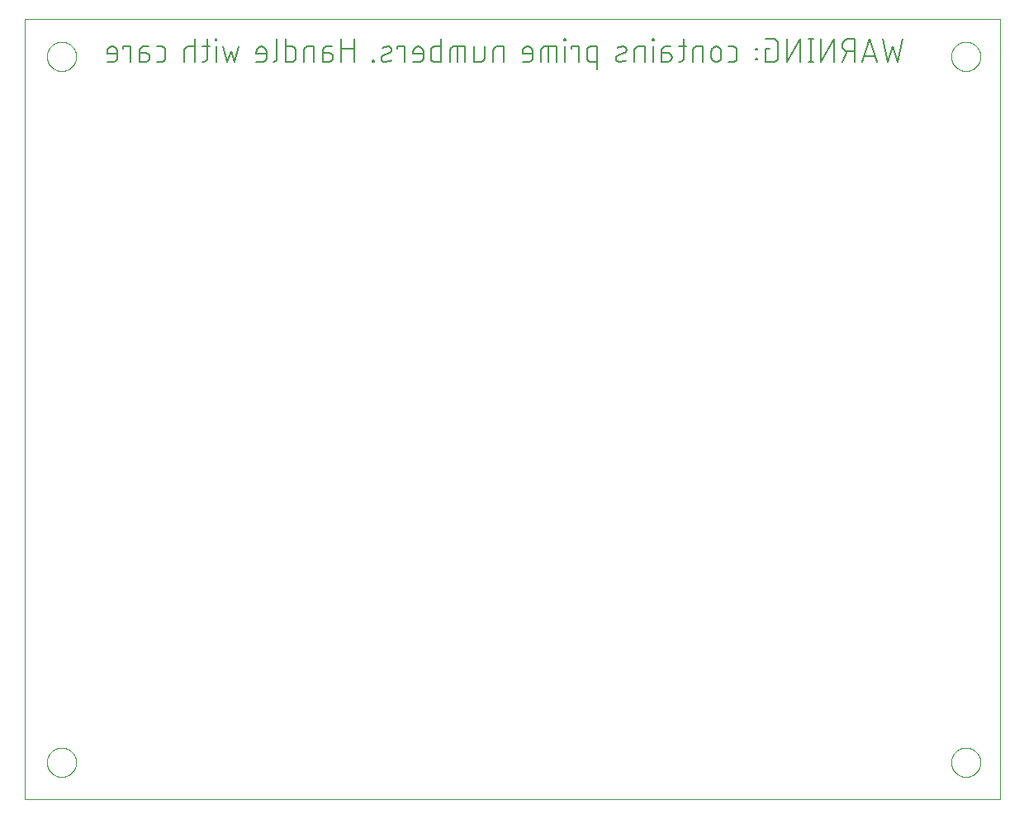
<source format=gbo>
G75*
%MOIN*%
%OFA0B0*%
%FSLAX25Y25*%
%IPPOS*%
%LPD*%
%AMOC8*
5,1,8,0,0,1.08239X$1,22.5*
%
%ADD10C,0.00000*%
%ADD11C,0.00800*%
D10*
X0005778Y0001300D02*
X0005778Y0316261D01*
X0399478Y0316261D01*
X0399478Y0001300D01*
X0005778Y0001300D01*
X0014873Y0016300D02*
X0014875Y0016453D01*
X0014881Y0016606D01*
X0014891Y0016759D01*
X0014905Y0016912D01*
X0014923Y0017064D01*
X0014945Y0017216D01*
X0014970Y0017367D01*
X0015000Y0017518D01*
X0015033Y0017667D01*
X0015071Y0017816D01*
X0015112Y0017964D01*
X0015157Y0018110D01*
X0015206Y0018255D01*
X0015259Y0018399D01*
X0015315Y0018542D01*
X0015375Y0018683D01*
X0015439Y0018823D01*
X0015506Y0018960D01*
X0015577Y0019096D01*
X0015651Y0019230D01*
X0015729Y0019362D01*
X0015810Y0019492D01*
X0015895Y0019620D01*
X0015983Y0019746D01*
X0016074Y0019869D01*
X0016168Y0019990D01*
X0016265Y0020109D01*
X0016366Y0020225D01*
X0016469Y0020338D01*
X0016576Y0020448D01*
X0016685Y0020556D01*
X0016796Y0020661D01*
X0016911Y0020763D01*
X0017028Y0020862D01*
X0017148Y0020957D01*
X0017270Y0021050D01*
X0017395Y0021140D01*
X0017521Y0021226D01*
X0017650Y0021309D01*
X0017781Y0021388D01*
X0017914Y0021464D01*
X0018049Y0021537D01*
X0018186Y0021606D01*
X0018325Y0021671D01*
X0018465Y0021733D01*
X0018607Y0021791D01*
X0018750Y0021846D01*
X0018895Y0021897D01*
X0019041Y0021944D01*
X0019188Y0021987D01*
X0019336Y0022026D01*
X0019485Y0022062D01*
X0019635Y0022093D01*
X0019786Y0022121D01*
X0019938Y0022145D01*
X0020090Y0022165D01*
X0020242Y0022181D01*
X0020395Y0022193D01*
X0020548Y0022201D01*
X0020701Y0022205D01*
X0020855Y0022205D01*
X0021008Y0022201D01*
X0021161Y0022193D01*
X0021314Y0022181D01*
X0021466Y0022165D01*
X0021618Y0022145D01*
X0021770Y0022121D01*
X0021921Y0022093D01*
X0022071Y0022062D01*
X0022220Y0022026D01*
X0022368Y0021987D01*
X0022515Y0021944D01*
X0022661Y0021897D01*
X0022806Y0021846D01*
X0022949Y0021791D01*
X0023091Y0021733D01*
X0023231Y0021671D01*
X0023370Y0021606D01*
X0023507Y0021537D01*
X0023642Y0021464D01*
X0023775Y0021388D01*
X0023906Y0021309D01*
X0024035Y0021226D01*
X0024161Y0021140D01*
X0024286Y0021050D01*
X0024408Y0020957D01*
X0024528Y0020862D01*
X0024645Y0020763D01*
X0024760Y0020661D01*
X0024871Y0020556D01*
X0024980Y0020448D01*
X0025087Y0020338D01*
X0025190Y0020225D01*
X0025291Y0020109D01*
X0025388Y0019990D01*
X0025482Y0019869D01*
X0025573Y0019746D01*
X0025661Y0019620D01*
X0025746Y0019492D01*
X0025827Y0019362D01*
X0025905Y0019230D01*
X0025979Y0019096D01*
X0026050Y0018960D01*
X0026117Y0018823D01*
X0026181Y0018683D01*
X0026241Y0018542D01*
X0026297Y0018399D01*
X0026350Y0018255D01*
X0026399Y0018110D01*
X0026444Y0017964D01*
X0026485Y0017816D01*
X0026523Y0017667D01*
X0026556Y0017518D01*
X0026586Y0017367D01*
X0026611Y0017216D01*
X0026633Y0017064D01*
X0026651Y0016912D01*
X0026665Y0016759D01*
X0026675Y0016606D01*
X0026681Y0016453D01*
X0026683Y0016300D01*
X0026681Y0016147D01*
X0026675Y0015994D01*
X0026665Y0015841D01*
X0026651Y0015688D01*
X0026633Y0015536D01*
X0026611Y0015384D01*
X0026586Y0015233D01*
X0026556Y0015082D01*
X0026523Y0014933D01*
X0026485Y0014784D01*
X0026444Y0014636D01*
X0026399Y0014490D01*
X0026350Y0014345D01*
X0026297Y0014201D01*
X0026241Y0014058D01*
X0026181Y0013917D01*
X0026117Y0013777D01*
X0026050Y0013640D01*
X0025979Y0013504D01*
X0025905Y0013370D01*
X0025827Y0013238D01*
X0025746Y0013108D01*
X0025661Y0012980D01*
X0025573Y0012854D01*
X0025482Y0012731D01*
X0025388Y0012610D01*
X0025291Y0012491D01*
X0025190Y0012375D01*
X0025087Y0012262D01*
X0024980Y0012152D01*
X0024871Y0012044D01*
X0024760Y0011939D01*
X0024645Y0011837D01*
X0024528Y0011738D01*
X0024408Y0011643D01*
X0024286Y0011550D01*
X0024161Y0011460D01*
X0024035Y0011374D01*
X0023906Y0011291D01*
X0023775Y0011212D01*
X0023642Y0011136D01*
X0023507Y0011063D01*
X0023370Y0010994D01*
X0023231Y0010929D01*
X0023091Y0010867D01*
X0022949Y0010809D01*
X0022806Y0010754D01*
X0022661Y0010703D01*
X0022515Y0010656D01*
X0022368Y0010613D01*
X0022220Y0010574D01*
X0022071Y0010538D01*
X0021921Y0010507D01*
X0021770Y0010479D01*
X0021618Y0010455D01*
X0021466Y0010435D01*
X0021314Y0010419D01*
X0021161Y0010407D01*
X0021008Y0010399D01*
X0020855Y0010395D01*
X0020701Y0010395D01*
X0020548Y0010399D01*
X0020395Y0010407D01*
X0020242Y0010419D01*
X0020090Y0010435D01*
X0019938Y0010455D01*
X0019786Y0010479D01*
X0019635Y0010507D01*
X0019485Y0010538D01*
X0019336Y0010574D01*
X0019188Y0010613D01*
X0019041Y0010656D01*
X0018895Y0010703D01*
X0018750Y0010754D01*
X0018607Y0010809D01*
X0018465Y0010867D01*
X0018325Y0010929D01*
X0018186Y0010994D01*
X0018049Y0011063D01*
X0017914Y0011136D01*
X0017781Y0011212D01*
X0017650Y0011291D01*
X0017521Y0011374D01*
X0017395Y0011460D01*
X0017270Y0011550D01*
X0017148Y0011643D01*
X0017028Y0011738D01*
X0016911Y0011837D01*
X0016796Y0011939D01*
X0016685Y0012044D01*
X0016576Y0012152D01*
X0016469Y0012262D01*
X0016366Y0012375D01*
X0016265Y0012491D01*
X0016168Y0012610D01*
X0016074Y0012731D01*
X0015983Y0012854D01*
X0015895Y0012980D01*
X0015810Y0013108D01*
X0015729Y0013238D01*
X0015651Y0013370D01*
X0015577Y0013504D01*
X0015506Y0013640D01*
X0015439Y0013777D01*
X0015375Y0013917D01*
X0015315Y0014058D01*
X0015259Y0014201D01*
X0015206Y0014345D01*
X0015157Y0014490D01*
X0015112Y0014636D01*
X0015071Y0014784D01*
X0015033Y0014933D01*
X0015000Y0015082D01*
X0014970Y0015233D01*
X0014945Y0015384D01*
X0014923Y0015536D01*
X0014905Y0015688D01*
X0014891Y0015841D01*
X0014881Y0015994D01*
X0014875Y0016147D01*
X0014873Y0016300D01*
X0014873Y0301300D02*
X0014875Y0301453D01*
X0014881Y0301606D01*
X0014891Y0301759D01*
X0014905Y0301912D01*
X0014923Y0302064D01*
X0014945Y0302216D01*
X0014970Y0302367D01*
X0015000Y0302518D01*
X0015033Y0302667D01*
X0015071Y0302816D01*
X0015112Y0302964D01*
X0015157Y0303110D01*
X0015206Y0303255D01*
X0015259Y0303399D01*
X0015315Y0303542D01*
X0015375Y0303683D01*
X0015439Y0303823D01*
X0015506Y0303960D01*
X0015577Y0304096D01*
X0015651Y0304230D01*
X0015729Y0304362D01*
X0015810Y0304492D01*
X0015895Y0304620D01*
X0015983Y0304746D01*
X0016074Y0304869D01*
X0016168Y0304990D01*
X0016265Y0305109D01*
X0016366Y0305225D01*
X0016469Y0305338D01*
X0016576Y0305448D01*
X0016685Y0305556D01*
X0016796Y0305661D01*
X0016911Y0305763D01*
X0017028Y0305862D01*
X0017148Y0305957D01*
X0017270Y0306050D01*
X0017395Y0306140D01*
X0017521Y0306226D01*
X0017650Y0306309D01*
X0017781Y0306388D01*
X0017914Y0306464D01*
X0018049Y0306537D01*
X0018186Y0306606D01*
X0018325Y0306671D01*
X0018465Y0306733D01*
X0018607Y0306791D01*
X0018750Y0306846D01*
X0018895Y0306897D01*
X0019041Y0306944D01*
X0019188Y0306987D01*
X0019336Y0307026D01*
X0019485Y0307062D01*
X0019635Y0307093D01*
X0019786Y0307121D01*
X0019938Y0307145D01*
X0020090Y0307165D01*
X0020242Y0307181D01*
X0020395Y0307193D01*
X0020548Y0307201D01*
X0020701Y0307205D01*
X0020855Y0307205D01*
X0021008Y0307201D01*
X0021161Y0307193D01*
X0021314Y0307181D01*
X0021466Y0307165D01*
X0021618Y0307145D01*
X0021770Y0307121D01*
X0021921Y0307093D01*
X0022071Y0307062D01*
X0022220Y0307026D01*
X0022368Y0306987D01*
X0022515Y0306944D01*
X0022661Y0306897D01*
X0022806Y0306846D01*
X0022949Y0306791D01*
X0023091Y0306733D01*
X0023231Y0306671D01*
X0023370Y0306606D01*
X0023507Y0306537D01*
X0023642Y0306464D01*
X0023775Y0306388D01*
X0023906Y0306309D01*
X0024035Y0306226D01*
X0024161Y0306140D01*
X0024286Y0306050D01*
X0024408Y0305957D01*
X0024528Y0305862D01*
X0024645Y0305763D01*
X0024760Y0305661D01*
X0024871Y0305556D01*
X0024980Y0305448D01*
X0025087Y0305338D01*
X0025190Y0305225D01*
X0025291Y0305109D01*
X0025388Y0304990D01*
X0025482Y0304869D01*
X0025573Y0304746D01*
X0025661Y0304620D01*
X0025746Y0304492D01*
X0025827Y0304362D01*
X0025905Y0304230D01*
X0025979Y0304096D01*
X0026050Y0303960D01*
X0026117Y0303823D01*
X0026181Y0303683D01*
X0026241Y0303542D01*
X0026297Y0303399D01*
X0026350Y0303255D01*
X0026399Y0303110D01*
X0026444Y0302964D01*
X0026485Y0302816D01*
X0026523Y0302667D01*
X0026556Y0302518D01*
X0026586Y0302367D01*
X0026611Y0302216D01*
X0026633Y0302064D01*
X0026651Y0301912D01*
X0026665Y0301759D01*
X0026675Y0301606D01*
X0026681Y0301453D01*
X0026683Y0301300D01*
X0026681Y0301147D01*
X0026675Y0300994D01*
X0026665Y0300841D01*
X0026651Y0300688D01*
X0026633Y0300536D01*
X0026611Y0300384D01*
X0026586Y0300233D01*
X0026556Y0300082D01*
X0026523Y0299933D01*
X0026485Y0299784D01*
X0026444Y0299636D01*
X0026399Y0299490D01*
X0026350Y0299345D01*
X0026297Y0299201D01*
X0026241Y0299058D01*
X0026181Y0298917D01*
X0026117Y0298777D01*
X0026050Y0298640D01*
X0025979Y0298504D01*
X0025905Y0298370D01*
X0025827Y0298238D01*
X0025746Y0298108D01*
X0025661Y0297980D01*
X0025573Y0297854D01*
X0025482Y0297731D01*
X0025388Y0297610D01*
X0025291Y0297491D01*
X0025190Y0297375D01*
X0025087Y0297262D01*
X0024980Y0297152D01*
X0024871Y0297044D01*
X0024760Y0296939D01*
X0024645Y0296837D01*
X0024528Y0296738D01*
X0024408Y0296643D01*
X0024286Y0296550D01*
X0024161Y0296460D01*
X0024035Y0296374D01*
X0023906Y0296291D01*
X0023775Y0296212D01*
X0023642Y0296136D01*
X0023507Y0296063D01*
X0023370Y0295994D01*
X0023231Y0295929D01*
X0023091Y0295867D01*
X0022949Y0295809D01*
X0022806Y0295754D01*
X0022661Y0295703D01*
X0022515Y0295656D01*
X0022368Y0295613D01*
X0022220Y0295574D01*
X0022071Y0295538D01*
X0021921Y0295507D01*
X0021770Y0295479D01*
X0021618Y0295455D01*
X0021466Y0295435D01*
X0021314Y0295419D01*
X0021161Y0295407D01*
X0021008Y0295399D01*
X0020855Y0295395D01*
X0020701Y0295395D01*
X0020548Y0295399D01*
X0020395Y0295407D01*
X0020242Y0295419D01*
X0020090Y0295435D01*
X0019938Y0295455D01*
X0019786Y0295479D01*
X0019635Y0295507D01*
X0019485Y0295538D01*
X0019336Y0295574D01*
X0019188Y0295613D01*
X0019041Y0295656D01*
X0018895Y0295703D01*
X0018750Y0295754D01*
X0018607Y0295809D01*
X0018465Y0295867D01*
X0018325Y0295929D01*
X0018186Y0295994D01*
X0018049Y0296063D01*
X0017914Y0296136D01*
X0017781Y0296212D01*
X0017650Y0296291D01*
X0017521Y0296374D01*
X0017395Y0296460D01*
X0017270Y0296550D01*
X0017148Y0296643D01*
X0017028Y0296738D01*
X0016911Y0296837D01*
X0016796Y0296939D01*
X0016685Y0297044D01*
X0016576Y0297152D01*
X0016469Y0297262D01*
X0016366Y0297375D01*
X0016265Y0297491D01*
X0016168Y0297610D01*
X0016074Y0297731D01*
X0015983Y0297854D01*
X0015895Y0297980D01*
X0015810Y0298108D01*
X0015729Y0298238D01*
X0015651Y0298370D01*
X0015577Y0298504D01*
X0015506Y0298640D01*
X0015439Y0298777D01*
X0015375Y0298917D01*
X0015315Y0299058D01*
X0015259Y0299201D01*
X0015206Y0299345D01*
X0015157Y0299490D01*
X0015112Y0299636D01*
X0015071Y0299784D01*
X0015033Y0299933D01*
X0015000Y0300082D01*
X0014970Y0300233D01*
X0014945Y0300384D01*
X0014923Y0300536D01*
X0014905Y0300688D01*
X0014891Y0300841D01*
X0014881Y0300994D01*
X0014875Y0301147D01*
X0014873Y0301300D01*
X0379873Y0301300D02*
X0379875Y0301453D01*
X0379881Y0301606D01*
X0379891Y0301759D01*
X0379905Y0301912D01*
X0379923Y0302064D01*
X0379945Y0302216D01*
X0379970Y0302367D01*
X0380000Y0302518D01*
X0380033Y0302667D01*
X0380071Y0302816D01*
X0380112Y0302964D01*
X0380157Y0303110D01*
X0380206Y0303255D01*
X0380259Y0303399D01*
X0380315Y0303542D01*
X0380375Y0303683D01*
X0380439Y0303823D01*
X0380506Y0303960D01*
X0380577Y0304096D01*
X0380651Y0304230D01*
X0380729Y0304362D01*
X0380810Y0304492D01*
X0380895Y0304620D01*
X0380983Y0304746D01*
X0381074Y0304869D01*
X0381168Y0304990D01*
X0381265Y0305109D01*
X0381366Y0305225D01*
X0381469Y0305338D01*
X0381576Y0305448D01*
X0381685Y0305556D01*
X0381796Y0305661D01*
X0381911Y0305763D01*
X0382028Y0305862D01*
X0382148Y0305957D01*
X0382270Y0306050D01*
X0382395Y0306140D01*
X0382521Y0306226D01*
X0382650Y0306309D01*
X0382781Y0306388D01*
X0382914Y0306464D01*
X0383049Y0306537D01*
X0383186Y0306606D01*
X0383325Y0306671D01*
X0383465Y0306733D01*
X0383607Y0306791D01*
X0383750Y0306846D01*
X0383895Y0306897D01*
X0384041Y0306944D01*
X0384188Y0306987D01*
X0384336Y0307026D01*
X0384485Y0307062D01*
X0384635Y0307093D01*
X0384786Y0307121D01*
X0384938Y0307145D01*
X0385090Y0307165D01*
X0385242Y0307181D01*
X0385395Y0307193D01*
X0385548Y0307201D01*
X0385701Y0307205D01*
X0385855Y0307205D01*
X0386008Y0307201D01*
X0386161Y0307193D01*
X0386314Y0307181D01*
X0386466Y0307165D01*
X0386618Y0307145D01*
X0386770Y0307121D01*
X0386921Y0307093D01*
X0387071Y0307062D01*
X0387220Y0307026D01*
X0387368Y0306987D01*
X0387515Y0306944D01*
X0387661Y0306897D01*
X0387806Y0306846D01*
X0387949Y0306791D01*
X0388091Y0306733D01*
X0388231Y0306671D01*
X0388370Y0306606D01*
X0388507Y0306537D01*
X0388642Y0306464D01*
X0388775Y0306388D01*
X0388906Y0306309D01*
X0389035Y0306226D01*
X0389161Y0306140D01*
X0389286Y0306050D01*
X0389408Y0305957D01*
X0389528Y0305862D01*
X0389645Y0305763D01*
X0389760Y0305661D01*
X0389871Y0305556D01*
X0389980Y0305448D01*
X0390087Y0305338D01*
X0390190Y0305225D01*
X0390291Y0305109D01*
X0390388Y0304990D01*
X0390482Y0304869D01*
X0390573Y0304746D01*
X0390661Y0304620D01*
X0390746Y0304492D01*
X0390827Y0304362D01*
X0390905Y0304230D01*
X0390979Y0304096D01*
X0391050Y0303960D01*
X0391117Y0303823D01*
X0391181Y0303683D01*
X0391241Y0303542D01*
X0391297Y0303399D01*
X0391350Y0303255D01*
X0391399Y0303110D01*
X0391444Y0302964D01*
X0391485Y0302816D01*
X0391523Y0302667D01*
X0391556Y0302518D01*
X0391586Y0302367D01*
X0391611Y0302216D01*
X0391633Y0302064D01*
X0391651Y0301912D01*
X0391665Y0301759D01*
X0391675Y0301606D01*
X0391681Y0301453D01*
X0391683Y0301300D01*
X0391681Y0301147D01*
X0391675Y0300994D01*
X0391665Y0300841D01*
X0391651Y0300688D01*
X0391633Y0300536D01*
X0391611Y0300384D01*
X0391586Y0300233D01*
X0391556Y0300082D01*
X0391523Y0299933D01*
X0391485Y0299784D01*
X0391444Y0299636D01*
X0391399Y0299490D01*
X0391350Y0299345D01*
X0391297Y0299201D01*
X0391241Y0299058D01*
X0391181Y0298917D01*
X0391117Y0298777D01*
X0391050Y0298640D01*
X0390979Y0298504D01*
X0390905Y0298370D01*
X0390827Y0298238D01*
X0390746Y0298108D01*
X0390661Y0297980D01*
X0390573Y0297854D01*
X0390482Y0297731D01*
X0390388Y0297610D01*
X0390291Y0297491D01*
X0390190Y0297375D01*
X0390087Y0297262D01*
X0389980Y0297152D01*
X0389871Y0297044D01*
X0389760Y0296939D01*
X0389645Y0296837D01*
X0389528Y0296738D01*
X0389408Y0296643D01*
X0389286Y0296550D01*
X0389161Y0296460D01*
X0389035Y0296374D01*
X0388906Y0296291D01*
X0388775Y0296212D01*
X0388642Y0296136D01*
X0388507Y0296063D01*
X0388370Y0295994D01*
X0388231Y0295929D01*
X0388091Y0295867D01*
X0387949Y0295809D01*
X0387806Y0295754D01*
X0387661Y0295703D01*
X0387515Y0295656D01*
X0387368Y0295613D01*
X0387220Y0295574D01*
X0387071Y0295538D01*
X0386921Y0295507D01*
X0386770Y0295479D01*
X0386618Y0295455D01*
X0386466Y0295435D01*
X0386314Y0295419D01*
X0386161Y0295407D01*
X0386008Y0295399D01*
X0385855Y0295395D01*
X0385701Y0295395D01*
X0385548Y0295399D01*
X0385395Y0295407D01*
X0385242Y0295419D01*
X0385090Y0295435D01*
X0384938Y0295455D01*
X0384786Y0295479D01*
X0384635Y0295507D01*
X0384485Y0295538D01*
X0384336Y0295574D01*
X0384188Y0295613D01*
X0384041Y0295656D01*
X0383895Y0295703D01*
X0383750Y0295754D01*
X0383607Y0295809D01*
X0383465Y0295867D01*
X0383325Y0295929D01*
X0383186Y0295994D01*
X0383049Y0296063D01*
X0382914Y0296136D01*
X0382781Y0296212D01*
X0382650Y0296291D01*
X0382521Y0296374D01*
X0382395Y0296460D01*
X0382270Y0296550D01*
X0382148Y0296643D01*
X0382028Y0296738D01*
X0381911Y0296837D01*
X0381796Y0296939D01*
X0381685Y0297044D01*
X0381576Y0297152D01*
X0381469Y0297262D01*
X0381366Y0297375D01*
X0381265Y0297491D01*
X0381168Y0297610D01*
X0381074Y0297731D01*
X0380983Y0297854D01*
X0380895Y0297980D01*
X0380810Y0298108D01*
X0380729Y0298238D01*
X0380651Y0298370D01*
X0380577Y0298504D01*
X0380506Y0298640D01*
X0380439Y0298777D01*
X0380375Y0298917D01*
X0380315Y0299058D01*
X0380259Y0299201D01*
X0380206Y0299345D01*
X0380157Y0299490D01*
X0380112Y0299636D01*
X0380071Y0299784D01*
X0380033Y0299933D01*
X0380000Y0300082D01*
X0379970Y0300233D01*
X0379945Y0300384D01*
X0379923Y0300536D01*
X0379905Y0300688D01*
X0379891Y0300841D01*
X0379881Y0300994D01*
X0379875Y0301147D01*
X0379873Y0301300D01*
X0379873Y0016300D02*
X0379875Y0016453D01*
X0379881Y0016606D01*
X0379891Y0016759D01*
X0379905Y0016912D01*
X0379923Y0017064D01*
X0379945Y0017216D01*
X0379970Y0017367D01*
X0380000Y0017518D01*
X0380033Y0017667D01*
X0380071Y0017816D01*
X0380112Y0017964D01*
X0380157Y0018110D01*
X0380206Y0018255D01*
X0380259Y0018399D01*
X0380315Y0018542D01*
X0380375Y0018683D01*
X0380439Y0018823D01*
X0380506Y0018960D01*
X0380577Y0019096D01*
X0380651Y0019230D01*
X0380729Y0019362D01*
X0380810Y0019492D01*
X0380895Y0019620D01*
X0380983Y0019746D01*
X0381074Y0019869D01*
X0381168Y0019990D01*
X0381265Y0020109D01*
X0381366Y0020225D01*
X0381469Y0020338D01*
X0381576Y0020448D01*
X0381685Y0020556D01*
X0381796Y0020661D01*
X0381911Y0020763D01*
X0382028Y0020862D01*
X0382148Y0020957D01*
X0382270Y0021050D01*
X0382395Y0021140D01*
X0382521Y0021226D01*
X0382650Y0021309D01*
X0382781Y0021388D01*
X0382914Y0021464D01*
X0383049Y0021537D01*
X0383186Y0021606D01*
X0383325Y0021671D01*
X0383465Y0021733D01*
X0383607Y0021791D01*
X0383750Y0021846D01*
X0383895Y0021897D01*
X0384041Y0021944D01*
X0384188Y0021987D01*
X0384336Y0022026D01*
X0384485Y0022062D01*
X0384635Y0022093D01*
X0384786Y0022121D01*
X0384938Y0022145D01*
X0385090Y0022165D01*
X0385242Y0022181D01*
X0385395Y0022193D01*
X0385548Y0022201D01*
X0385701Y0022205D01*
X0385855Y0022205D01*
X0386008Y0022201D01*
X0386161Y0022193D01*
X0386314Y0022181D01*
X0386466Y0022165D01*
X0386618Y0022145D01*
X0386770Y0022121D01*
X0386921Y0022093D01*
X0387071Y0022062D01*
X0387220Y0022026D01*
X0387368Y0021987D01*
X0387515Y0021944D01*
X0387661Y0021897D01*
X0387806Y0021846D01*
X0387949Y0021791D01*
X0388091Y0021733D01*
X0388231Y0021671D01*
X0388370Y0021606D01*
X0388507Y0021537D01*
X0388642Y0021464D01*
X0388775Y0021388D01*
X0388906Y0021309D01*
X0389035Y0021226D01*
X0389161Y0021140D01*
X0389286Y0021050D01*
X0389408Y0020957D01*
X0389528Y0020862D01*
X0389645Y0020763D01*
X0389760Y0020661D01*
X0389871Y0020556D01*
X0389980Y0020448D01*
X0390087Y0020338D01*
X0390190Y0020225D01*
X0390291Y0020109D01*
X0390388Y0019990D01*
X0390482Y0019869D01*
X0390573Y0019746D01*
X0390661Y0019620D01*
X0390746Y0019492D01*
X0390827Y0019362D01*
X0390905Y0019230D01*
X0390979Y0019096D01*
X0391050Y0018960D01*
X0391117Y0018823D01*
X0391181Y0018683D01*
X0391241Y0018542D01*
X0391297Y0018399D01*
X0391350Y0018255D01*
X0391399Y0018110D01*
X0391444Y0017964D01*
X0391485Y0017816D01*
X0391523Y0017667D01*
X0391556Y0017518D01*
X0391586Y0017367D01*
X0391611Y0017216D01*
X0391633Y0017064D01*
X0391651Y0016912D01*
X0391665Y0016759D01*
X0391675Y0016606D01*
X0391681Y0016453D01*
X0391683Y0016300D01*
X0391681Y0016147D01*
X0391675Y0015994D01*
X0391665Y0015841D01*
X0391651Y0015688D01*
X0391633Y0015536D01*
X0391611Y0015384D01*
X0391586Y0015233D01*
X0391556Y0015082D01*
X0391523Y0014933D01*
X0391485Y0014784D01*
X0391444Y0014636D01*
X0391399Y0014490D01*
X0391350Y0014345D01*
X0391297Y0014201D01*
X0391241Y0014058D01*
X0391181Y0013917D01*
X0391117Y0013777D01*
X0391050Y0013640D01*
X0390979Y0013504D01*
X0390905Y0013370D01*
X0390827Y0013238D01*
X0390746Y0013108D01*
X0390661Y0012980D01*
X0390573Y0012854D01*
X0390482Y0012731D01*
X0390388Y0012610D01*
X0390291Y0012491D01*
X0390190Y0012375D01*
X0390087Y0012262D01*
X0389980Y0012152D01*
X0389871Y0012044D01*
X0389760Y0011939D01*
X0389645Y0011837D01*
X0389528Y0011738D01*
X0389408Y0011643D01*
X0389286Y0011550D01*
X0389161Y0011460D01*
X0389035Y0011374D01*
X0388906Y0011291D01*
X0388775Y0011212D01*
X0388642Y0011136D01*
X0388507Y0011063D01*
X0388370Y0010994D01*
X0388231Y0010929D01*
X0388091Y0010867D01*
X0387949Y0010809D01*
X0387806Y0010754D01*
X0387661Y0010703D01*
X0387515Y0010656D01*
X0387368Y0010613D01*
X0387220Y0010574D01*
X0387071Y0010538D01*
X0386921Y0010507D01*
X0386770Y0010479D01*
X0386618Y0010455D01*
X0386466Y0010435D01*
X0386314Y0010419D01*
X0386161Y0010407D01*
X0386008Y0010399D01*
X0385855Y0010395D01*
X0385701Y0010395D01*
X0385548Y0010399D01*
X0385395Y0010407D01*
X0385242Y0010419D01*
X0385090Y0010435D01*
X0384938Y0010455D01*
X0384786Y0010479D01*
X0384635Y0010507D01*
X0384485Y0010538D01*
X0384336Y0010574D01*
X0384188Y0010613D01*
X0384041Y0010656D01*
X0383895Y0010703D01*
X0383750Y0010754D01*
X0383607Y0010809D01*
X0383465Y0010867D01*
X0383325Y0010929D01*
X0383186Y0010994D01*
X0383049Y0011063D01*
X0382914Y0011136D01*
X0382781Y0011212D01*
X0382650Y0011291D01*
X0382521Y0011374D01*
X0382395Y0011460D01*
X0382270Y0011550D01*
X0382148Y0011643D01*
X0382028Y0011738D01*
X0381911Y0011837D01*
X0381796Y0011939D01*
X0381685Y0012044D01*
X0381576Y0012152D01*
X0381469Y0012262D01*
X0381366Y0012375D01*
X0381265Y0012491D01*
X0381168Y0012610D01*
X0381074Y0012731D01*
X0380983Y0012854D01*
X0380895Y0012980D01*
X0380810Y0013108D01*
X0380729Y0013238D01*
X0380651Y0013370D01*
X0380577Y0013504D01*
X0380506Y0013640D01*
X0380439Y0013777D01*
X0380375Y0013917D01*
X0380315Y0014058D01*
X0380259Y0014201D01*
X0380206Y0014345D01*
X0380157Y0014490D01*
X0380112Y0014636D01*
X0380071Y0014784D01*
X0380033Y0014933D01*
X0380000Y0015082D01*
X0379970Y0015233D01*
X0379945Y0015384D01*
X0379923Y0015536D01*
X0379905Y0015688D01*
X0379891Y0015841D01*
X0379881Y0015994D01*
X0379875Y0016147D01*
X0379873Y0016300D01*
D11*
X0236931Y0296133D02*
X0236931Y0305333D01*
X0234376Y0305333D01*
X0234298Y0305331D01*
X0234221Y0305325D01*
X0234144Y0305315D01*
X0234067Y0305302D01*
X0233992Y0305284D01*
X0233917Y0305263D01*
X0233844Y0305238D01*
X0233771Y0305209D01*
X0233701Y0305176D01*
X0233632Y0305140D01*
X0233565Y0305101D01*
X0233500Y0305058D01*
X0233438Y0305012D01*
X0233377Y0304963D01*
X0233320Y0304911D01*
X0233265Y0304856D01*
X0233213Y0304799D01*
X0233164Y0304738D01*
X0233118Y0304676D01*
X0233075Y0304611D01*
X0233036Y0304544D01*
X0233000Y0304475D01*
X0232967Y0304405D01*
X0232938Y0304332D01*
X0232913Y0304259D01*
X0232892Y0304184D01*
X0232874Y0304109D01*
X0232861Y0304032D01*
X0232851Y0303955D01*
X0232845Y0303878D01*
X0232843Y0303800D01*
X0232843Y0300733D01*
X0232845Y0300658D01*
X0232850Y0300583D01*
X0232860Y0300508D01*
X0232872Y0300434D01*
X0232889Y0300361D01*
X0232909Y0300288D01*
X0232933Y0300217D01*
X0232960Y0300146D01*
X0232990Y0300078D01*
X0233024Y0300010D01*
X0233061Y0299945D01*
X0233101Y0299881D01*
X0233145Y0299820D01*
X0233191Y0299760D01*
X0233240Y0299704D01*
X0233292Y0299649D01*
X0233347Y0299597D01*
X0233403Y0299548D01*
X0233463Y0299502D01*
X0233524Y0299458D01*
X0233588Y0299418D01*
X0233653Y0299381D01*
X0233721Y0299347D01*
X0233789Y0299317D01*
X0233860Y0299290D01*
X0233931Y0299266D01*
X0234004Y0299246D01*
X0234077Y0299229D01*
X0234151Y0299217D01*
X0234226Y0299207D01*
X0234301Y0299202D01*
X0234376Y0299200D01*
X0236931Y0299200D01*
X0229528Y0299200D02*
X0229528Y0305333D01*
X0226462Y0305333D01*
X0226462Y0304311D01*
X0223947Y0305333D02*
X0223947Y0299200D01*
X0220438Y0299200D02*
X0220438Y0305333D01*
X0215838Y0305333D01*
X0215760Y0305331D01*
X0215683Y0305325D01*
X0215606Y0305315D01*
X0215529Y0305302D01*
X0215454Y0305284D01*
X0215379Y0305263D01*
X0215306Y0305238D01*
X0215233Y0305209D01*
X0215163Y0305176D01*
X0215094Y0305140D01*
X0215027Y0305101D01*
X0214962Y0305058D01*
X0214900Y0305012D01*
X0214839Y0304963D01*
X0214782Y0304911D01*
X0214727Y0304856D01*
X0214675Y0304799D01*
X0214626Y0304738D01*
X0214580Y0304676D01*
X0214537Y0304611D01*
X0214498Y0304544D01*
X0214462Y0304475D01*
X0214429Y0304405D01*
X0214400Y0304332D01*
X0214375Y0304259D01*
X0214354Y0304184D01*
X0214336Y0304109D01*
X0214323Y0304032D01*
X0214313Y0303955D01*
X0214307Y0303878D01*
X0214305Y0303800D01*
X0214304Y0303800D02*
X0214304Y0299200D01*
X0217371Y0299200D02*
X0217371Y0305333D01*
X0223692Y0307889D02*
X0223692Y0308400D01*
X0224203Y0308400D01*
X0224203Y0307889D01*
X0223692Y0307889D01*
X0210922Y0303289D02*
X0210922Y0300733D01*
X0210922Y0302267D02*
X0206833Y0302267D01*
X0206833Y0303289D01*
X0206835Y0303378D01*
X0206841Y0303467D01*
X0206850Y0303556D01*
X0206864Y0303644D01*
X0206881Y0303731D01*
X0206903Y0303818D01*
X0206928Y0303904D01*
X0206956Y0303988D01*
X0206989Y0304071D01*
X0207025Y0304153D01*
X0207064Y0304233D01*
X0207107Y0304311D01*
X0207153Y0304387D01*
X0207203Y0304461D01*
X0207255Y0304533D01*
X0207311Y0304603D01*
X0207370Y0304670D01*
X0207432Y0304734D01*
X0207496Y0304796D01*
X0207563Y0304855D01*
X0207633Y0304911D01*
X0207705Y0304963D01*
X0207779Y0305013D01*
X0207855Y0305059D01*
X0207933Y0305102D01*
X0208013Y0305141D01*
X0208095Y0305177D01*
X0208178Y0305210D01*
X0208262Y0305238D01*
X0208348Y0305263D01*
X0208435Y0305285D01*
X0208522Y0305302D01*
X0208610Y0305316D01*
X0208699Y0305325D01*
X0208788Y0305331D01*
X0208877Y0305333D01*
X0208966Y0305331D01*
X0209055Y0305325D01*
X0209144Y0305316D01*
X0209232Y0305302D01*
X0209319Y0305285D01*
X0209406Y0305263D01*
X0209492Y0305238D01*
X0209576Y0305210D01*
X0209659Y0305177D01*
X0209741Y0305141D01*
X0209821Y0305102D01*
X0209899Y0305059D01*
X0209975Y0305013D01*
X0210049Y0304963D01*
X0210121Y0304911D01*
X0210191Y0304855D01*
X0210258Y0304796D01*
X0210322Y0304734D01*
X0210384Y0304670D01*
X0210443Y0304603D01*
X0210499Y0304533D01*
X0210551Y0304461D01*
X0210601Y0304387D01*
X0210647Y0304311D01*
X0210690Y0304233D01*
X0210729Y0304153D01*
X0210765Y0304071D01*
X0210798Y0303988D01*
X0210826Y0303904D01*
X0210851Y0303818D01*
X0210873Y0303731D01*
X0210890Y0303644D01*
X0210904Y0303556D01*
X0210913Y0303467D01*
X0210919Y0303378D01*
X0210921Y0303289D01*
X0210921Y0300733D02*
X0210919Y0300658D01*
X0210914Y0300583D01*
X0210904Y0300508D01*
X0210892Y0300434D01*
X0210875Y0300361D01*
X0210855Y0300288D01*
X0210831Y0300217D01*
X0210804Y0300146D01*
X0210774Y0300078D01*
X0210740Y0300010D01*
X0210703Y0299945D01*
X0210663Y0299881D01*
X0210619Y0299820D01*
X0210573Y0299760D01*
X0210524Y0299704D01*
X0210472Y0299649D01*
X0210418Y0299597D01*
X0210361Y0299548D01*
X0210301Y0299502D01*
X0210240Y0299458D01*
X0210176Y0299418D01*
X0210111Y0299381D01*
X0210043Y0299347D01*
X0209975Y0299317D01*
X0209904Y0299290D01*
X0209833Y0299266D01*
X0209760Y0299246D01*
X0209687Y0299229D01*
X0209613Y0299217D01*
X0209538Y0299207D01*
X0209463Y0299202D01*
X0209388Y0299200D01*
X0206833Y0299200D01*
X0199140Y0299200D02*
X0199140Y0305333D01*
X0196584Y0305333D01*
X0196506Y0305331D01*
X0196429Y0305325D01*
X0196352Y0305315D01*
X0196275Y0305302D01*
X0196200Y0305284D01*
X0196125Y0305263D01*
X0196052Y0305238D01*
X0195979Y0305209D01*
X0195909Y0305176D01*
X0195840Y0305140D01*
X0195773Y0305101D01*
X0195708Y0305058D01*
X0195646Y0305012D01*
X0195585Y0304963D01*
X0195528Y0304911D01*
X0195473Y0304856D01*
X0195421Y0304799D01*
X0195372Y0304738D01*
X0195326Y0304676D01*
X0195283Y0304611D01*
X0195244Y0304544D01*
X0195208Y0304475D01*
X0195175Y0304405D01*
X0195146Y0304332D01*
X0195121Y0304259D01*
X0195100Y0304184D01*
X0195082Y0304109D01*
X0195069Y0304032D01*
X0195059Y0303955D01*
X0195053Y0303878D01*
X0195051Y0303800D01*
X0195051Y0299200D01*
X0191468Y0300733D02*
X0191468Y0305333D01*
X0187379Y0305333D02*
X0187379Y0299200D01*
X0189934Y0299200D01*
X0190012Y0299202D01*
X0190089Y0299208D01*
X0190166Y0299218D01*
X0190243Y0299231D01*
X0190318Y0299249D01*
X0190393Y0299270D01*
X0190466Y0299295D01*
X0190539Y0299324D01*
X0190609Y0299357D01*
X0190678Y0299393D01*
X0190745Y0299432D01*
X0190810Y0299475D01*
X0190872Y0299521D01*
X0190933Y0299570D01*
X0190990Y0299622D01*
X0191045Y0299677D01*
X0191097Y0299734D01*
X0191146Y0299795D01*
X0191192Y0299857D01*
X0191235Y0299922D01*
X0191274Y0299989D01*
X0191310Y0300058D01*
X0191343Y0300128D01*
X0191372Y0300201D01*
X0191397Y0300274D01*
X0191418Y0300349D01*
X0191436Y0300424D01*
X0191449Y0300501D01*
X0191459Y0300578D01*
X0191465Y0300655D01*
X0191467Y0300733D01*
X0183722Y0299200D02*
X0183722Y0305333D01*
X0179122Y0305333D01*
X0179044Y0305331D01*
X0178967Y0305325D01*
X0178890Y0305315D01*
X0178813Y0305302D01*
X0178738Y0305284D01*
X0178663Y0305263D01*
X0178590Y0305238D01*
X0178517Y0305209D01*
X0178447Y0305176D01*
X0178378Y0305140D01*
X0178311Y0305101D01*
X0178246Y0305058D01*
X0178184Y0305012D01*
X0178123Y0304963D01*
X0178066Y0304911D01*
X0178011Y0304856D01*
X0177959Y0304799D01*
X0177910Y0304738D01*
X0177864Y0304676D01*
X0177821Y0304611D01*
X0177782Y0304544D01*
X0177746Y0304475D01*
X0177713Y0304405D01*
X0177684Y0304332D01*
X0177659Y0304259D01*
X0177638Y0304184D01*
X0177620Y0304109D01*
X0177607Y0304032D01*
X0177597Y0303955D01*
X0177591Y0303878D01*
X0177589Y0303800D01*
X0177589Y0299200D01*
X0180655Y0299200D02*
X0180655Y0305333D01*
X0173912Y0305333D02*
X0171356Y0305333D01*
X0171281Y0305331D01*
X0171206Y0305326D01*
X0171131Y0305316D01*
X0171057Y0305304D01*
X0170984Y0305287D01*
X0170911Y0305267D01*
X0170840Y0305243D01*
X0170769Y0305216D01*
X0170701Y0305186D01*
X0170633Y0305152D01*
X0170568Y0305115D01*
X0170504Y0305075D01*
X0170443Y0305031D01*
X0170383Y0304985D01*
X0170327Y0304936D01*
X0170272Y0304884D01*
X0170220Y0304830D01*
X0170171Y0304773D01*
X0170125Y0304713D01*
X0170081Y0304652D01*
X0170041Y0304588D01*
X0170004Y0304523D01*
X0169970Y0304455D01*
X0169940Y0304387D01*
X0169913Y0304316D01*
X0169889Y0304245D01*
X0169869Y0304172D01*
X0169852Y0304099D01*
X0169840Y0304025D01*
X0169830Y0303950D01*
X0169825Y0303875D01*
X0169823Y0303800D01*
X0169823Y0300733D01*
X0169825Y0300658D01*
X0169830Y0300583D01*
X0169840Y0300508D01*
X0169852Y0300434D01*
X0169869Y0300361D01*
X0169889Y0300288D01*
X0169913Y0300217D01*
X0169940Y0300146D01*
X0169970Y0300078D01*
X0170004Y0300010D01*
X0170041Y0299945D01*
X0170081Y0299881D01*
X0170125Y0299820D01*
X0170171Y0299760D01*
X0170220Y0299704D01*
X0170272Y0299649D01*
X0170327Y0299597D01*
X0170383Y0299548D01*
X0170443Y0299502D01*
X0170504Y0299458D01*
X0170568Y0299418D01*
X0170633Y0299381D01*
X0170701Y0299347D01*
X0170769Y0299317D01*
X0170840Y0299290D01*
X0170911Y0299266D01*
X0170984Y0299246D01*
X0171057Y0299229D01*
X0171131Y0299217D01*
X0171206Y0299207D01*
X0171281Y0299202D01*
X0171356Y0299200D01*
X0173912Y0299200D01*
X0173912Y0308400D01*
X0166808Y0303289D02*
X0166808Y0300733D01*
X0166808Y0302267D02*
X0162719Y0302267D01*
X0162719Y0303289D01*
X0162721Y0303378D01*
X0162727Y0303467D01*
X0162736Y0303556D01*
X0162750Y0303644D01*
X0162767Y0303731D01*
X0162789Y0303818D01*
X0162814Y0303904D01*
X0162842Y0303988D01*
X0162875Y0304071D01*
X0162911Y0304153D01*
X0162950Y0304233D01*
X0162993Y0304311D01*
X0163039Y0304387D01*
X0163089Y0304461D01*
X0163141Y0304533D01*
X0163197Y0304603D01*
X0163256Y0304670D01*
X0163318Y0304734D01*
X0163382Y0304796D01*
X0163449Y0304855D01*
X0163519Y0304911D01*
X0163591Y0304963D01*
X0163665Y0305013D01*
X0163741Y0305059D01*
X0163819Y0305102D01*
X0163899Y0305141D01*
X0163981Y0305177D01*
X0164064Y0305210D01*
X0164148Y0305238D01*
X0164234Y0305263D01*
X0164321Y0305285D01*
X0164408Y0305302D01*
X0164496Y0305316D01*
X0164585Y0305325D01*
X0164674Y0305331D01*
X0164763Y0305333D01*
X0164852Y0305331D01*
X0164941Y0305325D01*
X0165030Y0305316D01*
X0165118Y0305302D01*
X0165205Y0305285D01*
X0165292Y0305263D01*
X0165378Y0305238D01*
X0165462Y0305210D01*
X0165545Y0305177D01*
X0165627Y0305141D01*
X0165707Y0305102D01*
X0165785Y0305059D01*
X0165861Y0305013D01*
X0165935Y0304963D01*
X0166007Y0304911D01*
X0166077Y0304855D01*
X0166144Y0304796D01*
X0166208Y0304734D01*
X0166270Y0304670D01*
X0166329Y0304603D01*
X0166385Y0304533D01*
X0166437Y0304461D01*
X0166487Y0304387D01*
X0166533Y0304311D01*
X0166576Y0304233D01*
X0166615Y0304153D01*
X0166651Y0304071D01*
X0166684Y0303988D01*
X0166712Y0303904D01*
X0166737Y0303818D01*
X0166759Y0303731D01*
X0166776Y0303644D01*
X0166790Y0303556D01*
X0166799Y0303467D01*
X0166805Y0303378D01*
X0166807Y0303289D01*
X0166807Y0300733D02*
X0166805Y0300658D01*
X0166800Y0300583D01*
X0166790Y0300508D01*
X0166778Y0300434D01*
X0166761Y0300361D01*
X0166741Y0300288D01*
X0166717Y0300217D01*
X0166690Y0300146D01*
X0166660Y0300078D01*
X0166626Y0300010D01*
X0166589Y0299945D01*
X0166549Y0299881D01*
X0166505Y0299820D01*
X0166459Y0299760D01*
X0166410Y0299704D01*
X0166358Y0299649D01*
X0166304Y0299597D01*
X0166247Y0299548D01*
X0166187Y0299502D01*
X0166126Y0299458D01*
X0166062Y0299418D01*
X0165997Y0299381D01*
X0165929Y0299347D01*
X0165861Y0299317D01*
X0165790Y0299290D01*
X0165719Y0299266D01*
X0165646Y0299246D01*
X0165573Y0299229D01*
X0165499Y0299217D01*
X0165424Y0299207D01*
X0165349Y0299202D01*
X0165274Y0299200D01*
X0162719Y0299200D01*
X0159384Y0299200D02*
X0159384Y0305333D01*
X0156318Y0305333D01*
X0156318Y0304311D01*
X0153163Y0302778D02*
X0150607Y0301756D01*
X0150608Y0301755D02*
X0150542Y0301727D01*
X0150477Y0301694D01*
X0150414Y0301659D01*
X0150354Y0301620D01*
X0150295Y0301578D01*
X0150239Y0301532D01*
X0150186Y0301484D01*
X0150135Y0301433D01*
X0150087Y0301379D01*
X0150042Y0301323D01*
X0150000Y0301264D01*
X0149962Y0301203D01*
X0149926Y0301140D01*
X0149895Y0301075D01*
X0149867Y0301009D01*
X0149842Y0300941D01*
X0149821Y0300872D01*
X0149804Y0300802D01*
X0149791Y0300731D01*
X0149782Y0300660D01*
X0149776Y0300588D01*
X0149775Y0300516D01*
X0149777Y0300444D01*
X0149784Y0300372D01*
X0149794Y0300301D01*
X0149808Y0300230D01*
X0149826Y0300160D01*
X0149848Y0300091D01*
X0149873Y0300024D01*
X0149902Y0299958D01*
X0149935Y0299894D01*
X0149971Y0299831D01*
X0150011Y0299771D01*
X0150053Y0299713D01*
X0150099Y0299657D01*
X0150148Y0299604D01*
X0150199Y0299553D01*
X0150253Y0299506D01*
X0150310Y0299461D01*
X0150369Y0299420D01*
X0150430Y0299382D01*
X0150493Y0299347D01*
X0150558Y0299316D01*
X0150625Y0299288D01*
X0150693Y0299264D01*
X0150762Y0299244D01*
X0150832Y0299227D01*
X0150903Y0299215D01*
X0150975Y0299206D01*
X0151047Y0299201D01*
X0151119Y0299200D01*
X0150352Y0304822D02*
X0150488Y0304881D01*
X0150626Y0304937D01*
X0150764Y0304989D01*
X0150905Y0305038D01*
X0151046Y0305083D01*
X0151188Y0305124D01*
X0151332Y0305162D01*
X0151476Y0305196D01*
X0151621Y0305226D01*
X0151767Y0305253D01*
X0151913Y0305276D01*
X0152061Y0305295D01*
X0152208Y0305310D01*
X0152356Y0305322D01*
X0152504Y0305329D01*
X0152652Y0305333D01*
X0152724Y0305332D01*
X0152796Y0305327D01*
X0152868Y0305318D01*
X0152939Y0305306D01*
X0153009Y0305289D01*
X0153078Y0305269D01*
X0153146Y0305245D01*
X0153213Y0305217D01*
X0153278Y0305186D01*
X0153341Y0305151D01*
X0153402Y0305113D01*
X0153461Y0305072D01*
X0153518Y0305027D01*
X0153572Y0304980D01*
X0153623Y0304929D01*
X0153672Y0304876D01*
X0153718Y0304820D01*
X0153760Y0304762D01*
X0153800Y0304702D01*
X0153836Y0304639D01*
X0153869Y0304575D01*
X0153898Y0304509D01*
X0153923Y0304442D01*
X0153945Y0304373D01*
X0153963Y0304303D01*
X0153977Y0304232D01*
X0153987Y0304161D01*
X0153994Y0304089D01*
X0153996Y0304017D01*
X0153995Y0303945D01*
X0153989Y0303873D01*
X0153980Y0303802D01*
X0153967Y0303731D01*
X0153950Y0303661D01*
X0153929Y0303592D01*
X0153904Y0303524D01*
X0153876Y0303458D01*
X0153845Y0303393D01*
X0153809Y0303330D01*
X0153771Y0303269D01*
X0153729Y0303210D01*
X0153684Y0303154D01*
X0153636Y0303100D01*
X0153585Y0303049D01*
X0153532Y0303001D01*
X0153476Y0302955D01*
X0153417Y0302913D01*
X0153357Y0302874D01*
X0153294Y0302839D01*
X0153229Y0302806D01*
X0153163Y0302778D01*
X0153930Y0299711D02*
X0153736Y0299644D01*
X0153541Y0299581D01*
X0153344Y0299523D01*
X0153146Y0299470D01*
X0152947Y0299422D01*
X0152747Y0299378D01*
X0152546Y0299339D01*
X0152343Y0299305D01*
X0152141Y0299275D01*
X0151937Y0299250D01*
X0151733Y0299230D01*
X0151528Y0299215D01*
X0151324Y0299205D01*
X0151119Y0299200D01*
X0146935Y0299200D02*
X0146424Y0299200D01*
X0146424Y0299711D01*
X0146935Y0299711D01*
X0146935Y0299200D01*
X0138823Y0299200D02*
X0138823Y0308400D01*
X0133712Y0308400D02*
X0133712Y0299200D01*
X0133712Y0304311D02*
X0138823Y0304311D01*
X0129875Y0305333D02*
X0127830Y0305333D01*
X0127755Y0305331D01*
X0127680Y0305326D01*
X0127605Y0305316D01*
X0127531Y0305304D01*
X0127458Y0305287D01*
X0127385Y0305267D01*
X0127314Y0305243D01*
X0127243Y0305216D01*
X0127175Y0305186D01*
X0127107Y0305152D01*
X0127042Y0305115D01*
X0126978Y0305075D01*
X0126917Y0305031D01*
X0126857Y0304985D01*
X0126801Y0304936D01*
X0126746Y0304884D01*
X0126694Y0304830D01*
X0126645Y0304773D01*
X0126599Y0304713D01*
X0126555Y0304652D01*
X0126515Y0304588D01*
X0126478Y0304523D01*
X0126444Y0304455D01*
X0126414Y0304387D01*
X0126387Y0304316D01*
X0126363Y0304245D01*
X0126343Y0304172D01*
X0126326Y0304099D01*
X0126314Y0304025D01*
X0126304Y0303950D01*
X0126299Y0303875D01*
X0126297Y0303800D01*
X0126297Y0299200D01*
X0128597Y0299200D01*
X0128681Y0299202D01*
X0128765Y0299208D01*
X0128848Y0299218D01*
X0128931Y0299231D01*
X0129013Y0299249D01*
X0129094Y0299270D01*
X0129174Y0299296D01*
X0129252Y0299324D01*
X0129330Y0299357D01*
X0129405Y0299393D01*
X0129479Y0299433D01*
X0129551Y0299476D01*
X0129621Y0299522D01*
X0129689Y0299572D01*
X0129754Y0299625D01*
X0129817Y0299680D01*
X0129877Y0299739D01*
X0129934Y0299800D01*
X0129988Y0299864D01*
X0130039Y0299931D01*
X0130087Y0299999D01*
X0130132Y0300070D01*
X0130174Y0300143D01*
X0130211Y0300218D01*
X0130246Y0300295D01*
X0130277Y0300373D01*
X0130304Y0300452D01*
X0130327Y0300533D01*
X0130346Y0300614D01*
X0130362Y0300697D01*
X0130374Y0300780D01*
X0130382Y0300863D01*
X0130386Y0300947D01*
X0130386Y0301031D01*
X0130382Y0301115D01*
X0130374Y0301198D01*
X0130362Y0301281D01*
X0130346Y0301364D01*
X0130327Y0301445D01*
X0130304Y0301526D01*
X0130277Y0301605D01*
X0130246Y0301683D01*
X0130211Y0301760D01*
X0130174Y0301835D01*
X0130132Y0301908D01*
X0130087Y0301979D01*
X0130039Y0302047D01*
X0129988Y0302114D01*
X0129934Y0302178D01*
X0129877Y0302239D01*
X0129817Y0302298D01*
X0129754Y0302353D01*
X0129689Y0302406D01*
X0129621Y0302456D01*
X0129551Y0302502D01*
X0129479Y0302545D01*
X0129405Y0302585D01*
X0129330Y0302621D01*
X0129252Y0302654D01*
X0129174Y0302682D01*
X0129094Y0302708D01*
X0129013Y0302729D01*
X0128931Y0302747D01*
X0128848Y0302760D01*
X0128765Y0302770D01*
X0128681Y0302776D01*
X0128597Y0302778D01*
X0126297Y0302778D01*
X0122694Y0305333D02*
X0122694Y0299200D01*
X0118605Y0299200D02*
X0118605Y0303800D01*
X0118607Y0303878D01*
X0118613Y0303955D01*
X0118623Y0304032D01*
X0118636Y0304109D01*
X0118654Y0304184D01*
X0118675Y0304259D01*
X0118700Y0304332D01*
X0118729Y0304405D01*
X0118762Y0304475D01*
X0118798Y0304544D01*
X0118837Y0304611D01*
X0118880Y0304676D01*
X0118926Y0304738D01*
X0118975Y0304799D01*
X0119027Y0304856D01*
X0119082Y0304911D01*
X0119139Y0304963D01*
X0119200Y0305012D01*
X0119262Y0305058D01*
X0119327Y0305101D01*
X0119394Y0305140D01*
X0119463Y0305176D01*
X0119533Y0305209D01*
X0119606Y0305238D01*
X0119679Y0305263D01*
X0119754Y0305284D01*
X0119829Y0305302D01*
X0119906Y0305315D01*
X0119983Y0305325D01*
X0120060Y0305331D01*
X0120138Y0305333D01*
X0122694Y0305333D01*
X0115316Y0303800D02*
X0115316Y0300733D01*
X0115314Y0300658D01*
X0115309Y0300583D01*
X0115299Y0300508D01*
X0115287Y0300434D01*
X0115270Y0300361D01*
X0115250Y0300288D01*
X0115226Y0300217D01*
X0115199Y0300146D01*
X0115169Y0300078D01*
X0115135Y0300010D01*
X0115098Y0299945D01*
X0115058Y0299881D01*
X0115014Y0299820D01*
X0114968Y0299760D01*
X0114919Y0299704D01*
X0114867Y0299649D01*
X0114813Y0299597D01*
X0114756Y0299548D01*
X0114696Y0299502D01*
X0114635Y0299458D01*
X0114571Y0299418D01*
X0114506Y0299381D01*
X0114438Y0299347D01*
X0114370Y0299317D01*
X0114299Y0299290D01*
X0114228Y0299266D01*
X0114155Y0299246D01*
X0114082Y0299229D01*
X0114008Y0299217D01*
X0113933Y0299207D01*
X0113858Y0299202D01*
X0113783Y0299200D01*
X0111227Y0299200D01*
X0111227Y0308400D01*
X0111227Y0305333D02*
X0113783Y0305333D01*
X0113858Y0305331D01*
X0113933Y0305326D01*
X0114008Y0305316D01*
X0114082Y0305304D01*
X0114155Y0305287D01*
X0114228Y0305267D01*
X0114299Y0305243D01*
X0114370Y0305216D01*
X0114438Y0305186D01*
X0114506Y0305152D01*
X0114571Y0305115D01*
X0114635Y0305075D01*
X0114696Y0305031D01*
X0114756Y0304985D01*
X0114812Y0304936D01*
X0114867Y0304884D01*
X0114919Y0304829D01*
X0114968Y0304773D01*
X0115014Y0304713D01*
X0115058Y0304652D01*
X0115098Y0304588D01*
X0115135Y0304523D01*
X0115169Y0304455D01*
X0115199Y0304387D01*
X0115226Y0304316D01*
X0115250Y0304245D01*
X0115270Y0304172D01*
X0115287Y0304099D01*
X0115299Y0304025D01*
X0115309Y0303950D01*
X0115314Y0303875D01*
X0115316Y0303800D01*
X0107699Y0300733D02*
X0107699Y0308400D01*
X0103514Y0303289D02*
X0103514Y0300733D01*
X0103512Y0300658D01*
X0103507Y0300583D01*
X0103497Y0300508D01*
X0103485Y0300434D01*
X0103468Y0300361D01*
X0103448Y0300288D01*
X0103424Y0300217D01*
X0103397Y0300146D01*
X0103367Y0300078D01*
X0103333Y0300010D01*
X0103296Y0299945D01*
X0103256Y0299881D01*
X0103212Y0299820D01*
X0103166Y0299760D01*
X0103117Y0299704D01*
X0103065Y0299649D01*
X0103011Y0299597D01*
X0102954Y0299548D01*
X0102894Y0299502D01*
X0102833Y0299458D01*
X0102769Y0299418D01*
X0102704Y0299381D01*
X0102636Y0299347D01*
X0102568Y0299317D01*
X0102497Y0299290D01*
X0102426Y0299266D01*
X0102353Y0299246D01*
X0102280Y0299229D01*
X0102206Y0299217D01*
X0102131Y0299207D01*
X0102056Y0299202D01*
X0101981Y0299200D01*
X0099425Y0299200D01*
X0099425Y0302267D02*
X0103514Y0302267D01*
X0103513Y0303289D02*
X0103511Y0303378D01*
X0103505Y0303467D01*
X0103496Y0303556D01*
X0103482Y0303644D01*
X0103465Y0303731D01*
X0103443Y0303818D01*
X0103418Y0303904D01*
X0103390Y0303988D01*
X0103357Y0304071D01*
X0103321Y0304153D01*
X0103282Y0304233D01*
X0103239Y0304311D01*
X0103193Y0304387D01*
X0103143Y0304461D01*
X0103091Y0304533D01*
X0103035Y0304603D01*
X0102976Y0304670D01*
X0102914Y0304734D01*
X0102850Y0304796D01*
X0102783Y0304855D01*
X0102713Y0304911D01*
X0102641Y0304963D01*
X0102567Y0305013D01*
X0102491Y0305059D01*
X0102413Y0305102D01*
X0102333Y0305141D01*
X0102251Y0305177D01*
X0102168Y0305210D01*
X0102084Y0305238D01*
X0101998Y0305263D01*
X0101911Y0305285D01*
X0101824Y0305302D01*
X0101736Y0305316D01*
X0101647Y0305325D01*
X0101558Y0305331D01*
X0101469Y0305333D01*
X0101380Y0305331D01*
X0101291Y0305325D01*
X0101202Y0305316D01*
X0101114Y0305302D01*
X0101027Y0305285D01*
X0100940Y0305263D01*
X0100854Y0305238D01*
X0100770Y0305210D01*
X0100687Y0305177D01*
X0100605Y0305141D01*
X0100525Y0305102D01*
X0100447Y0305059D01*
X0100371Y0305013D01*
X0100297Y0304963D01*
X0100225Y0304911D01*
X0100155Y0304855D01*
X0100088Y0304796D01*
X0100024Y0304734D01*
X0099962Y0304670D01*
X0099903Y0304603D01*
X0099847Y0304533D01*
X0099795Y0304461D01*
X0099745Y0304387D01*
X0099699Y0304311D01*
X0099656Y0304233D01*
X0099617Y0304153D01*
X0099581Y0304071D01*
X0099548Y0303988D01*
X0099520Y0303904D01*
X0099495Y0303818D01*
X0099473Y0303731D01*
X0099456Y0303644D01*
X0099442Y0303556D01*
X0099433Y0303467D01*
X0099427Y0303378D01*
X0099425Y0303289D01*
X0099425Y0302267D01*
X0106165Y0299200D02*
X0106243Y0299202D01*
X0106320Y0299208D01*
X0106397Y0299218D01*
X0106474Y0299231D01*
X0106549Y0299249D01*
X0106624Y0299270D01*
X0106697Y0299295D01*
X0106770Y0299324D01*
X0106840Y0299357D01*
X0106909Y0299393D01*
X0106976Y0299432D01*
X0107041Y0299475D01*
X0107103Y0299521D01*
X0107164Y0299570D01*
X0107221Y0299622D01*
X0107276Y0299677D01*
X0107328Y0299734D01*
X0107377Y0299795D01*
X0107423Y0299857D01*
X0107466Y0299922D01*
X0107505Y0299989D01*
X0107541Y0300058D01*
X0107574Y0300128D01*
X0107603Y0300201D01*
X0107628Y0300274D01*
X0107649Y0300349D01*
X0107667Y0300424D01*
X0107680Y0300501D01*
X0107690Y0300578D01*
X0107696Y0300655D01*
X0107698Y0300733D01*
X0092206Y0305333D02*
X0090673Y0299200D01*
X0089139Y0303289D01*
X0087606Y0299200D01*
X0086073Y0305333D01*
X0083111Y0305333D02*
X0083111Y0299200D01*
X0079546Y0300733D02*
X0079546Y0308400D01*
X0080568Y0305333D02*
X0077501Y0305333D01*
X0074470Y0305333D02*
X0071914Y0305333D01*
X0071836Y0305331D01*
X0071759Y0305325D01*
X0071682Y0305315D01*
X0071605Y0305302D01*
X0071530Y0305284D01*
X0071455Y0305263D01*
X0071382Y0305238D01*
X0071309Y0305209D01*
X0071239Y0305176D01*
X0071170Y0305140D01*
X0071103Y0305101D01*
X0071038Y0305058D01*
X0070976Y0305012D01*
X0070915Y0304963D01*
X0070858Y0304911D01*
X0070803Y0304856D01*
X0070751Y0304799D01*
X0070702Y0304738D01*
X0070656Y0304676D01*
X0070613Y0304611D01*
X0070574Y0304544D01*
X0070538Y0304475D01*
X0070505Y0304405D01*
X0070476Y0304332D01*
X0070451Y0304259D01*
X0070430Y0304184D01*
X0070412Y0304109D01*
X0070399Y0304032D01*
X0070389Y0303955D01*
X0070383Y0303878D01*
X0070381Y0303800D01*
X0070381Y0299200D01*
X0074470Y0299200D02*
X0074470Y0308400D01*
X0082856Y0308400D02*
X0082856Y0307889D01*
X0083367Y0307889D01*
X0083367Y0308400D01*
X0082856Y0308400D01*
X0079545Y0300733D02*
X0079543Y0300655D01*
X0079537Y0300578D01*
X0079527Y0300501D01*
X0079514Y0300424D01*
X0079496Y0300349D01*
X0079475Y0300274D01*
X0079450Y0300201D01*
X0079421Y0300128D01*
X0079388Y0300058D01*
X0079352Y0299989D01*
X0079313Y0299922D01*
X0079270Y0299857D01*
X0079224Y0299795D01*
X0079175Y0299734D01*
X0079123Y0299677D01*
X0079068Y0299622D01*
X0079011Y0299570D01*
X0078950Y0299521D01*
X0078888Y0299475D01*
X0078823Y0299432D01*
X0078756Y0299393D01*
X0078687Y0299357D01*
X0078617Y0299324D01*
X0078544Y0299295D01*
X0078471Y0299270D01*
X0078396Y0299249D01*
X0078321Y0299231D01*
X0078244Y0299218D01*
X0078167Y0299208D01*
X0078090Y0299202D01*
X0078012Y0299200D01*
X0077501Y0299200D01*
X0062682Y0300733D02*
X0062682Y0303800D01*
X0062680Y0303875D01*
X0062675Y0303950D01*
X0062665Y0304025D01*
X0062653Y0304099D01*
X0062636Y0304172D01*
X0062616Y0304245D01*
X0062592Y0304316D01*
X0062565Y0304387D01*
X0062535Y0304455D01*
X0062501Y0304523D01*
X0062464Y0304588D01*
X0062424Y0304652D01*
X0062380Y0304713D01*
X0062334Y0304773D01*
X0062285Y0304829D01*
X0062233Y0304884D01*
X0062178Y0304936D01*
X0062122Y0304985D01*
X0062062Y0305031D01*
X0062001Y0305075D01*
X0061937Y0305115D01*
X0061872Y0305152D01*
X0061804Y0305186D01*
X0061736Y0305216D01*
X0061665Y0305243D01*
X0061594Y0305267D01*
X0061521Y0305287D01*
X0061448Y0305304D01*
X0061374Y0305316D01*
X0061299Y0305326D01*
X0061224Y0305331D01*
X0061149Y0305333D01*
X0059105Y0305333D01*
X0055895Y0305333D02*
X0053851Y0305333D01*
X0053776Y0305331D01*
X0053701Y0305326D01*
X0053626Y0305316D01*
X0053552Y0305304D01*
X0053479Y0305287D01*
X0053406Y0305267D01*
X0053335Y0305243D01*
X0053264Y0305216D01*
X0053196Y0305186D01*
X0053128Y0305152D01*
X0053063Y0305115D01*
X0052999Y0305075D01*
X0052938Y0305031D01*
X0052878Y0304985D01*
X0052822Y0304936D01*
X0052767Y0304884D01*
X0052715Y0304830D01*
X0052666Y0304773D01*
X0052620Y0304713D01*
X0052576Y0304652D01*
X0052536Y0304588D01*
X0052499Y0304523D01*
X0052465Y0304455D01*
X0052435Y0304387D01*
X0052408Y0304316D01*
X0052384Y0304245D01*
X0052364Y0304172D01*
X0052347Y0304099D01*
X0052335Y0304025D01*
X0052325Y0303950D01*
X0052320Y0303875D01*
X0052318Y0303800D01*
X0052317Y0303800D02*
X0052317Y0299200D01*
X0054617Y0299200D01*
X0054701Y0299202D01*
X0054785Y0299208D01*
X0054868Y0299218D01*
X0054951Y0299231D01*
X0055033Y0299249D01*
X0055114Y0299270D01*
X0055194Y0299296D01*
X0055272Y0299324D01*
X0055350Y0299357D01*
X0055425Y0299393D01*
X0055499Y0299433D01*
X0055571Y0299476D01*
X0055641Y0299522D01*
X0055709Y0299572D01*
X0055774Y0299625D01*
X0055837Y0299680D01*
X0055897Y0299739D01*
X0055954Y0299800D01*
X0056008Y0299864D01*
X0056059Y0299931D01*
X0056107Y0299999D01*
X0056152Y0300070D01*
X0056194Y0300143D01*
X0056231Y0300218D01*
X0056266Y0300295D01*
X0056297Y0300373D01*
X0056324Y0300452D01*
X0056347Y0300533D01*
X0056366Y0300614D01*
X0056382Y0300697D01*
X0056394Y0300780D01*
X0056402Y0300863D01*
X0056406Y0300947D01*
X0056406Y0301031D01*
X0056402Y0301115D01*
X0056394Y0301198D01*
X0056382Y0301281D01*
X0056366Y0301364D01*
X0056347Y0301445D01*
X0056324Y0301526D01*
X0056297Y0301605D01*
X0056266Y0301683D01*
X0056231Y0301760D01*
X0056194Y0301835D01*
X0056152Y0301908D01*
X0056107Y0301979D01*
X0056059Y0302047D01*
X0056008Y0302114D01*
X0055954Y0302178D01*
X0055897Y0302239D01*
X0055837Y0302298D01*
X0055774Y0302353D01*
X0055709Y0302406D01*
X0055641Y0302456D01*
X0055571Y0302502D01*
X0055499Y0302545D01*
X0055425Y0302585D01*
X0055350Y0302621D01*
X0055272Y0302654D01*
X0055194Y0302682D01*
X0055114Y0302708D01*
X0055033Y0302729D01*
X0054951Y0302747D01*
X0054868Y0302760D01*
X0054785Y0302770D01*
X0054701Y0302776D01*
X0054617Y0302778D01*
X0052317Y0302778D01*
X0048689Y0305333D02*
X0048689Y0299200D01*
X0045622Y0304311D02*
X0045622Y0305333D01*
X0048689Y0305333D01*
X0043234Y0303289D02*
X0043234Y0300733D01*
X0043232Y0300658D01*
X0043227Y0300583D01*
X0043217Y0300508D01*
X0043205Y0300434D01*
X0043188Y0300361D01*
X0043168Y0300288D01*
X0043144Y0300217D01*
X0043117Y0300146D01*
X0043087Y0300078D01*
X0043053Y0300010D01*
X0043016Y0299945D01*
X0042976Y0299881D01*
X0042932Y0299820D01*
X0042886Y0299760D01*
X0042837Y0299704D01*
X0042785Y0299649D01*
X0042731Y0299597D01*
X0042674Y0299548D01*
X0042614Y0299502D01*
X0042553Y0299458D01*
X0042489Y0299418D01*
X0042424Y0299381D01*
X0042356Y0299347D01*
X0042288Y0299317D01*
X0042217Y0299290D01*
X0042146Y0299266D01*
X0042073Y0299246D01*
X0042000Y0299229D01*
X0041926Y0299217D01*
X0041851Y0299207D01*
X0041776Y0299202D01*
X0041701Y0299200D01*
X0039145Y0299200D01*
X0039145Y0302267D02*
X0043234Y0302267D01*
X0043234Y0303289D02*
X0043232Y0303378D01*
X0043226Y0303467D01*
X0043217Y0303556D01*
X0043203Y0303644D01*
X0043186Y0303731D01*
X0043164Y0303818D01*
X0043139Y0303904D01*
X0043111Y0303988D01*
X0043078Y0304071D01*
X0043042Y0304153D01*
X0043003Y0304233D01*
X0042960Y0304311D01*
X0042914Y0304387D01*
X0042864Y0304461D01*
X0042812Y0304533D01*
X0042756Y0304603D01*
X0042697Y0304670D01*
X0042635Y0304734D01*
X0042571Y0304796D01*
X0042504Y0304855D01*
X0042434Y0304911D01*
X0042362Y0304963D01*
X0042288Y0305013D01*
X0042212Y0305059D01*
X0042134Y0305102D01*
X0042054Y0305141D01*
X0041972Y0305177D01*
X0041889Y0305210D01*
X0041805Y0305238D01*
X0041719Y0305263D01*
X0041632Y0305285D01*
X0041545Y0305302D01*
X0041457Y0305316D01*
X0041368Y0305325D01*
X0041279Y0305331D01*
X0041190Y0305333D01*
X0041101Y0305331D01*
X0041012Y0305325D01*
X0040923Y0305316D01*
X0040835Y0305302D01*
X0040748Y0305285D01*
X0040661Y0305263D01*
X0040575Y0305238D01*
X0040491Y0305210D01*
X0040408Y0305177D01*
X0040326Y0305141D01*
X0040246Y0305102D01*
X0040168Y0305059D01*
X0040092Y0305013D01*
X0040018Y0304963D01*
X0039946Y0304911D01*
X0039876Y0304855D01*
X0039809Y0304796D01*
X0039745Y0304734D01*
X0039683Y0304670D01*
X0039624Y0304603D01*
X0039568Y0304533D01*
X0039516Y0304461D01*
X0039466Y0304387D01*
X0039420Y0304311D01*
X0039377Y0304233D01*
X0039338Y0304153D01*
X0039302Y0304071D01*
X0039269Y0303988D01*
X0039241Y0303904D01*
X0039216Y0303818D01*
X0039194Y0303731D01*
X0039177Y0303644D01*
X0039163Y0303556D01*
X0039154Y0303467D01*
X0039148Y0303378D01*
X0039146Y0303289D01*
X0039145Y0303289D02*
X0039145Y0302267D01*
X0059105Y0299200D02*
X0061149Y0299200D01*
X0061224Y0299202D01*
X0061299Y0299207D01*
X0061374Y0299217D01*
X0061448Y0299229D01*
X0061521Y0299246D01*
X0061594Y0299266D01*
X0061665Y0299290D01*
X0061736Y0299317D01*
X0061804Y0299347D01*
X0061872Y0299381D01*
X0061937Y0299418D01*
X0062001Y0299458D01*
X0062062Y0299502D01*
X0062122Y0299548D01*
X0062179Y0299597D01*
X0062233Y0299649D01*
X0062285Y0299704D01*
X0062334Y0299760D01*
X0062380Y0299820D01*
X0062424Y0299881D01*
X0062464Y0299945D01*
X0062501Y0300010D01*
X0062535Y0300078D01*
X0062565Y0300146D01*
X0062592Y0300217D01*
X0062616Y0300288D01*
X0062636Y0300361D01*
X0062653Y0300434D01*
X0062665Y0300508D01*
X0062675Y0300583D01*
X0062680Y0300658D01*
X0062682Y0300733D01*
X0245411Y0301756D02*
X0247967Y0302778D01*
X0248033Y0302806D01*
X0248098Y0302839D01*
X0248161Y0302874D01*
X0248221Y0302913D01*
X0248280Y0302955D01*
X0248336Y0303001D01*
X0248389Y0303049D01*
X0248440Y0303100D01*
X0248488Y0303154D01*
X0248533Y0303210D01*
X0248575Y0303269D01*
X0248613Y0303330D01*
X0248649Y0303393D01*
X0248680Y0303458D01*
X0248708Y0303524D01*
X0248733Y0303592D01*
X0248754Y0303661D01*
X0248771Y0303731D01*
X0248784Y0303802D01*
X0248793Y0303873D01*
X0248799Y0303945D01*
X0248800Y0304017D01*
X0248798Y0304089D01*
X0248791Y0304161D01*
X0248781Y0304232D01*
X0248767Y0304303D01*
X0248749Y0304373D01*
X0248727Y0304442D01*
X0248702Y0304509D01*
X0248673Y0304575D01*
X0248640Y0304639D01*
X0248604Y0304702D01*
X0248564Y0304762D01*
X0248522Y0304820D01*
X0248476Y0304876D01*
X0248427Y0304929D01*
X0248376Y0304980D01*
X0248322Y0305027D01*
X0248265Y0305072D01*
X0248206Y0305113D01*
X0248145Y0305151D01*
X0248082Y0305186D01*
X0248017Y0305217D01*
X0247950Y0305245D01*
X0247882Y0305269D01*
X0247813Y0305289D01*
X0247743Y0305306D01*
X0247672Y0305318D01*
X0247600Y0305327D01*
X0247528Y0305332D01*
X0247456Y0305333D01*
X0248734Y0299711D02*
X0248540Y0299644D01*
X0248345Y0299581D01*
X0248148Y0299523D01*
X0247950Y0299470D01*
X0247751Y0299422D01*
X0247551Y0299378D01*
X0247350Y0299339D01*
X0247147Y0299305D01*
X0246945Y0299275D01*
X0246741Y0299250D01*
X0246537Y0299230D01*
X0246332Y0299215D01*
X0246128Y0299205D01*
X0245923Y0299200D01*
X0245922Y0299200D02*
X0245850Y0299201D01*
X0245778Y0299206D01*
X0245706Y0299215D01*
X0245635Y0299227D01*
X0245565Y0299244D01*
X0245496Y0299264D01*
X0245428Y0299288D01*
X0245361Y0299316D01*
X0245296Y0299347D01*
X0245233Y0299382D01*
X0245172Y0299420D01*
X0245113Y0299461D01*
X0245056Y0299506D01*
X0245002Y0299553D01*
X0244951Y0299604D01*
X0244902Y0299657D01*
X0244856Y0299713D01*
X0244814Y0299771D01*
X0244774Y0299831D01*
X0244738Y0299894D01*
X0244705Y0299958D01*
X0244676Y0300024D01*
X0244651Y0300091D01*
X0244629Y0300160D01*
X0244611Y0300230D01*
X0244597Y0300301D01*
X0244587Y0300372D01*
X0244580Y0300444D01*
X0244578Y0300516D01*
X0244579Y0300588D01*
X0244585Y0300660D01*
X0244594Y0300731D01*
X0244607Y0300802D01*
X0244624Y0300872D01*
X0244645Y0300941D01*
X0244670Y0301009D01*
X0244698Y0301075D01*
X0244729Y0301140D01*
X0244765Y0301203D01*
X0244803Y0301264D01*
X0244845Y0301323D01*
X0244890Y0301379D01*
X0244938Y0301433D01*
X0244989Y0301484D01*
X0245042Y0301532D01*
X0245098Y0301578D01*
X0245157Y0301620D01*
X0245217Y0301659D01*
X0245280Y0301694D01*
X0245345Y0301727D01*
X0245411Y0301755D01*
X0245156Y0304822D02*
X0245292Y0304881D01*
X0245430Y0304937D01*
X0245568Y0304989D01*
X0245709Y0305038D01*
X0245850Y0305083D01*
X0245992Y0305124D01*
X0246136Y0305162D01*
X0246280Y0305196D01*
X0246425Y0305226D01*
X0246571Y0305253D01*
X0246717Y0305276D01*
X0246865Y0305295D01*
X0247012Y0305310D01*
X0247160Y0305322D01*
X0247308Y0305329D01*
X0247456Y0305333D01*
X0252043Y0303800D02*
X0252043Y0299200D01*
X0256131Y0299200D02*
X0256131Y0305333D01*
X0253576Y0305333D01*
X0253498Y0305331D01*
X0253421Y0305325D01*
X0253344Y0305315D01*
X0253267Y0305302D01*
X0253192Y0305284D01*
X0253117Y0305263D01*
X0253044Y0305238D01*
X0252971Y0305209D01*
X0252901Y0305176D01*
X0252832Y0305140D01*
X0252765Y0305101D01*
X0252700Y0305058D01*
X0252638Y0305012D01*
X0252577Y0304963D01*
X0252520Y0304911D01*
X0252465Y0304856D01*
X0252413Y0304799D01*
X0252364Y0304738D01*
X0252318Y0304676D01*
X0252275Y0304611D01*
X0252236Y0304544D01*
X0252200Y0304475D01*
X0252167Y0304405D01*
X0252138Y0304332D01*
X0252113Y0304259D01*
X0252092Y0304184D01*
X0252074Y0304109D01*
X0252061Y0304032D01*
X0252051Y0303955D01*
X0252045Y0303878D01*
X0252043Y0303800D01*
X0259567Y0305333D02*
X0259567Y0299200D01*
X0263023Y0299200D02*
X0263023Y0303800D01*
X0263023Y0302778D02*
X0265323Y0302778D01*
X0263023Y0303800D02*
X0263025Y0303875D01*
X0263030Y0303950D01*
X0263040Y0304025D01*
X0263052Y0304099D01*
X0263069Y0304172D01*
X0263089Y0304245D01*
X0263113Y0304316D01*
X0263140Y0304387D01*
X0263170Y0304455D01*
X0263204Y0304523D01*
X0263241Y0304588D01*
X0263281Y0304652D01*
X0263325Y0304713D01*
X0263371Y0304773D01*
X0263420Y0304830D01*
X0263472Y0304884D01*
X0263527Y0304936D01*
X0263583Y0304985D01*
X0263643Y0305031D01*
X0263704Y0305075D01*
X0263768Y0305115D01*
X0263833Y0305152D01*
X0263901Y0305186D01*
X0263969Y0305216D01*
X0264040Y0305243D01*
X0264111Y0305267D01*
X0264184Y0305287D01*
X0264257Y0305304D01*
X0264331Y0305316D01*
X0264406Y0305326D01*
X0264481Y0305331D01*
X0264556Y0305333D01*
X0266600Y0305333D01*
X0269849Y0305333D02*
X0272915Y0305333D01*
X0275606Y0303800D02*
X0275606Y0299200D01*
X0271893Y0300733D02*
X0271893Y0308400D01*
X0277140Y0305333D02*
X0279695Y0305333D01*
X0279695Y0299200D01*
X0283004Y0301244D02*
X0283004Y0303289D01*
X0283005Y0303289D02*
X0283007Y0303378D01*
X0283013Y0303467D01*
X0283022Y0303556D01*
X0283036Y0303644D01*
X0283053Y0303731D01*
X0283075Y0303818D01*
X0283100Y0303904D01*
X0283128Y0303988D01*
X0283161Y0304071D01*
X0283197Y0304153D01*
X0283236Y0304233D01*
X0283279Y0304311D01*
X0283325Y0304387D01*
X0283375Y0304461D01*
X0283427Y0304533D01*
X0283483Y0304603D01*
X0283542Y0304670D01*
X0283604Y0304734D01*
X0283668Y0304796D01*
X0283735Y0304855D01*
X0283805Y0304911D01*
X0283877Y0304963D01*
X0283951Y0305013D01*
X0284027Y0305059D01*
X0284105Y0305102D01*
X0284185Y0305141D01*
X0284267Y0305177D01*
X0284350Y0305210D01*
X0284434Y0305238D01*
X0284520Y0305263D01*
X0284607Y0305285D01*
X0284694Y0305302D01*
X0284782Y0305316D01*
X0284871Y0305325D01*
X0284960Y0305331D01*
X0285049Y0305333D01*
X0285138Y0305331D01*
X0285227Y0305325D01*
X0285316Y0305316D01*
X0285404Y0305302D01*
X0285491Y0305285D01*
X0285578Y0305263D01*
X0285664Y0305238D01*
X0285748Y0305210D01*
X0285831Y0305177D01*
X0285913Y0305141D01*
X0285993Y0305102D01*
X0286071Y0305059D01*
X0286147Y0305013D01*
X0286221Y0304963D01*
X0286293Y0304911D01*
X0286363Y0304855D01*
X0286430Y0304796D01*
X0286494Y0304734D01*
X0286556Y0304670D01*
X0286615Y0304603D01*
X0286671Y0304533D01*
X0286723Y0304461D01*
X0286773Y0304387D01*
X0286819Y0304311D01*
X0286862Y0304233D01*
X0286901Y0304153D01*
X0286937Y0304071D01*
X0286970Y0303988D01*
X0286998Y0303904D01*
X0287023Y0303818D01*
X0287045Y0303731D01*
X0287062Y0303644D01*
X0287076Y0303556D01*
X0287085Y0303467D01*
X0287091Y0303378D01*
X0287093Y0303289D01*
X0287093Y0301244D01*
X0287091Y0301155D01*
X0287085Y0301066D01*
X0287076Y0300977D01*
X0287062Y0300889D01*
X0287045Y0300802D01*
X0287023Y0300715D01*
X0286998Y0300629D01*
X0286970Y0300545D01*
X0286937Y0300462D01*
X0286901Y0300380D01*
X0286862Y0300300D01*
X0286819Y0300222D01*
X0286773Y0300146D01*
X0286723Y0300072D01*
X0286671Y0300000D01*
X0286615Y0299930D01*
X0286556Y0299863D01*
X0286494Y0299799D01*
X0286430Y0299737D01*
X0286363Y0299678D01*
X0286293Y0299622D01*
X0286221Y0299570D01*
X0286147Y0299520D01*
X0286071Y0299474D01*
X0285993Y0299431D01*
X0285913Y0299392D01*
X0285831Y0299356D01*
X0285748Y0299323D01*
X0285664Y0299295D01*
X0285578Y0299270D01*
X0285491Y0299248D01*
X0285404Y0299231D01*
X0285316Y0299217D01*
X0285227Y0299208D01*
X0285138Y0299202D01*
X0285049Y0299200D01*
X0284960Y0299202D01*
X0284871Y0299208D01*
X0284782Y0299217D01*
X0284694Y0299231D01*
X0284607Y0299248D01*
X0284520Y0299270D01*
X0284434Y0299295D01*
X0284350Y0299323D01*
X0284267Y0299356D01*
X0284185Y0299392D01*
X0284105Y0299431D01*
X0284027Y0299474D01*
X0283951Y0299520D01*
X0283877Y0299570D01*
X0283805Y0299622D01*
X0283735Y0299678D01*
X0283668Y0299737D01*
X0283604Y0299799D01*
X0283542Y0299863D01*
X0283483Y0299930D01*
X0283427Y0300000D01*
X0283375Y0300072D01*
X0283325Y0300146D01*
X0283279Y0300222D01*
X0283236Y0300300D01*
X0283197Y0300380D01*
X0283161Y0300462D01*
X0283128Y0300545D01*
X0283100Y0300629D01*
X0283075Y0300715D01*
X0283053Y0300802D01*
X0283036Y0300889D01*
X0283022Y0300977D01*
X0283013Y0301066D01*
X0283007Y0301155D01*
X0283005Y0301244D01*
X0277140Y0305333D02*
X0277062Y0305331D01*
X0276985Y0305325D01*
X0276908Y0305315D01*
X0276831Y0305302D01*
X0276756Y0305284D01*
X0276681Y0305263D01*
X0276608Y0305238D01*
X0276535Y0305209D01*
X0276465Y0305176D01*
X0276396Y0305140D01*
X0276329Y0305101D01*
X0276264Y0305058D01*
X0276202Y0305012D01*
X0276141Y0304963D01*
X0276084Y0304911D01*
X0276029Y0304856D01*
X0275977Y0304799D01*
X0275928Y0304738D01*
X0275882Y0304676D01*
X0275839Y0304611D01*
X0275800Y0304544D01*
X0275764Y0304475D01*
X0275731Y0304405D01*
X0275702Y0304332D01*
X0275677Y0304259D01*
X0275656Y0304184D01*
X0275638Y0304109D01*
X0275625Y0304032D01*
X0275615Y0303955D01*
X0275609Y0303878D01*
X0275607Y0303800D01*
X0271893Y0300733D02*
X0271891Y0300655D01*
X0271885Y0300578D01*
X0271875Y0300501D01*
X0271862Y0300424D01*
X0271844Y0300349D01*
X0271823Y0300274D01*
X0271798Y0300201D01*
X0271769Y0300128D01*
X0271736Y0300058D01*
X0271700Y0299989D01*
X0271661Y0299922D01*
X0271618Y0299857D01*
X0271572Y0299795D01*
X0271523Y0299734D01*
X0271471Y0299677D01*
X0271416Y0299622D01*
X0271359Y0299570D01*
X0271298Y0299521D01*
X0271236Y0299475D01*
X0271171Y0299432D01*
X0271104Y0299393D01*
X0271035Y0299357D01*
X0270965Y0299324D01*
X0270892Y0299295D01*
X0270819Y0299270D01*
X0270744Y0299249D01*
X0270669Y0299231D01*
X0270592Y0299218D01*
X0270515Y0299208D01*
X0270438Y0299202D01*
X0270360Y0299200D01*
X0269849Y0299200D01*
X0265323Y0299200D02*
X0263023Y0299200D01*
X0265323Y0299200D02*
X0265407Y0299202D01*
X0265491Y0299208D01*
X0265574Y0299218D01*
X0265657Y0299231D01*
X0265739Y0299249D01*
X0265820Y0299270D01*
X0265900Y0299296D01*
X0265978Y0299324D01*
X0266056Y0299357D01*
X0266131Y0299393D01*
X0266205Y0299433D01*
X0266277Y0299476D01*
X0266347Y0299522D01*
X0266415Y0299572D01*
X0266480Y0299625D01*
X0266543Y0299680D01*
X0266603Y0299739D01*
X0266660Y0299800D01*
X0266714Y0299864D01*
X0266765Y0299931D01*
X0266813Y0299999D01*
X0266858Y0300070D01*
X0266900Y0300143D01*
X0266937Y0300218D01*
X0266972Y0300295D01*
X0267003Y0300373D01*
X0267030Y0300452D01*
X0267053Y0300533D01*
X0267072Y0300614D01*
X0267088Y0300697D01*
X0267100Y0300780D01*
X0267108Y0300863D01*
X0267112Y0300947D01*
X0267112Y0301031D01*
X0267108Y0301115D01*
X0267100Y0301198D01*
X0267088Y0301281D01*
X0267072Y0301364D01*
X0267053Y0301445D01*
X0267030Y0301526D01*
X0267003Y0301605D01*
X0266972Y0301683D01*
X0266937Y0301760D01*
X0266900Y0301835D01*
X0266858Y0301908D01*
X0266813Y0301979D01*
X0266765Y0302047D01*
X0266714Y0302114D01*
X0266660Y0302178D01*
X0266603Y0302239D01*
X0266543Y0302298D01*
X0266480Y0302353D01*
X0266415Y0302406D01*
X0266347Y0302456D01*
X0266277Y0302502D01*
X0266205Y0302545D01*
X0266131Y0302585D01*
X0266056Y0302621D01*
X0265978Y0302654D01*
X0265900Y0302682D01*
X0265820Y0302708D01*
X0265739Y0302729D01*
X0265657Y0302747D01*
X0265574Y0302760D01*
X0265491Y0302770D01*
X0265407Y0302776D01*
X0265323Y0302778D01*
X0259822Y0307889D02*
X0259311Y0307889D01*
X0259311Y0308400D01*
X0259822Y0308400D01*
X0259822Y0307889D01*
X0289812Y0305333D02*
X0291856Y0305333D01*
X0291931Y0305331D01*
X0292006Y0305326D01*
X0292081Y0305316D01*
X0292155Y0305304D01*
X0292228Y0305287D01*
X0292301Y0305267D01*
X0292372Y0305243D01*
X0292443Y0305216D01*
X0292511Y0305186D01*
X0292579Y0305152D01*
X0292644Y0305115D01*
X0292708Y0305075D01*
X0292769Y0305031D01*
X0292829Y0304985D01*
X0292885Y0304936D01*
X0292940Y0304884D01*
X0292992Y0304829D01*
X0293041Y0304773D01*
X0293087Y0304713D01*
X0293131Y0304652D01*
X0293171Y0304588D01*
X0293208Y0304523D01*
X0293242Y0304455D01*
X0293272Y0304387D01*
X0293299Y0304316D01*
X0293323Y0304245D01*
X0293343Y0304172D01*
X0293360Y0304099D01*
X0293372Y0304025D01*
X0293382Y0303950D01*
X0293387Y0303875D01*
X0293389Y0303800D01*
X0293390Y0303800D02*
X0293390Y0300733D01*
X0293389Y0300733D02*
X0293387Y0300658D01*
X0293382Y0300583D01*
X0293372Y0300508D01*
X0293360Y0300434D01*
X0293343Y0300361D01*
X0293323Y0300288D01*
X0293299Y0300217D01*
X0293272Y0300146D01*
X0293242Y0300078D01*
X0293208Y0300010D01*
X0293171Y0299945D01*
X0293131Y0299881D01*
X0293087Y0299820D01*
X0293041Y0299760D01*
X0292992Y0299704D01*
X0292940Y0299649D01*
X0292886Y0299597D01*
X0292829Y0299548D01*
X0292769Y0299502D01*
X0292708Y0299458D01*
X0292644Y0299418D01*
X0292579Y0299381D01*
X0292511Y0299347D01*
X0292443Y0299317D01*
X0292372Y0299290D01*
X0292301Y0299266D01*
X0292228Y0299246D01*
X0292155Y0299229D01*
X0292081Y0299217D01*
X0292006Y0299207D01*
X0291931Y0299202D01*
X0291856Y0299200D01*
X0289812Y0299200D01*
X0300959Y0299967D02*
X0301470Y0299967D01*
X0301470Y0300478D01*
X0300959Y0300478D01*
X0300959Y0299967D01*
X0304961Y0299200D02*
X0304961Y0304311D01*
X0306495Y0304311D01*
X0310072Y0306356D02*
X0310070Y0306445D01*
X0310064Y0306534D01*
X0310055Y0306623D01*
X0310041Y0306711D01*
X0310024Y0306798D01*
X0310002Y0306885D01*
X0309977Y0306971D01*
X0309949Y0307055D01*
X0309916Y0307138D01*
X0309880Y0307220D01*
X0309841Y0307300D01*
X0309798Y0307378D01*
X0309752Y0307454D01*
X0309702Y0307528D01*
X0309650Y0307600D01*
X0309594Y0307670D01*
X0309535Y0307737D01*
X0309473Y0307801D01*
X0309409Y0307863D01*
X0309342Y0307922D01*
X0309272Y0307978D01*
X0309200Y0308030D01*
X0309126Y0308080D01*
X0309050Y0308126D01*
X0308972Y0308169D01*
X0308892Y0308208D01*
X0308810Y0308244D01*
X0308727Y0308277D01*
X0308643Y0308305D01*
X0308557Y0308330D01*
X0308470Y0308352D01*
X0308383Y0308369D01*
X0308295Y0308383D01*
X0308206Y0308392D01*
X0308117Y0308398D01*
X0308028Y0308400D01*
X0304961Y0308400D01*
X0301470Y0304567D02*
X0300959Y0304567D01*
X0300959Y0304056D01*
X0301470Y0304056D01*
X0301470Y0304567D01*
X0304961Y0299200D02*
X0308028Y0299200D01*
X0308117Y0299202D01*
X0308206Y0299208D01*
X0308295Y0299217D01*
X0308383Y0299231D01*
X0308470Y0299248D01*
X0308557Y0299270D01*
X0308643Y0299295D01*
X0308727Y0299323D01*
X0308810Y0299356D01*
X0308892Y0299392D01*
X0308972Y0299431D01*
X0309050Y0299474D01*
X0309126Y0299520D01*
X0309200Y0299570D01*
X0309272Y0299622D01*
X0309342Y0299678D01*
X0309409Y0299737D01*
X0309473Y0299799D01*
X0309535Y0299863D01*
X0309594Y0299930D01*
X0309650Y0300000D01*
X0309702Y0300072D01*
X0309752Y0300146D01*
X0309798Y0300222D01*
X0309841Y0300300D01*
X0309880Y0300380D01*
X0309916Y0300462D01*
X0309949Y0300545D01*
X0309977Y0300629D01*
X0310002Y0300715D01*
X0310024Y0300802D01*
X0310041Y0300889D01*
X0310055Y0300977D01*
X0310064Y0301066D01*
X0310070Y0301155D01*
X0310072Y0301244D01*
X0310072Y0306356D01*
X0313729Y0308400D02*
X0313729Y0299200D01*
X0318840Y0308400D01*
X0318840Y0299200D01*
X0322113Y0299200D02*
X0324157Y0299200D01*
X0323135Y0299200D02*
X0323135Y0308400D01*
X0324157Y0308400D02*
X0322113Y0308400D01*
X0327429Y0308400D02*
X0327429Y0299200D01*
X0332540Y0308400D01*
X0332540Y0299200D01*
X0335898Y0299200D02*
X0337942Y0303289D01*
X0338454Y0303289D02*
X0341009Y0303289D01*
X0338454Y0303288D02*
X0338354Y0303290D01*
X0338253Y0303296D01*
X0338154Y0303306D01*
X0338054Y0303319D01*
X0337955Y0303337D01*
X0337857Y0303359D01*
X0337760Y0303384D01*
X0337664Y0303413D01*
X0337569Y0303446D01*
X0337476Y0303483D01*
X0337384Y0303523D01*
X0337294Y0303567D01*
X0337205Y0303614D01*
X0337118Y0303665D01*
X0337034Y0303719D01*
X0336952Y0303776D01*
X0336872Y0303837D01*
X0336794Y0303900D01*
X0336719Y0303967D01*
X0336647Y0304037D01*
X0336577Y0304109D01*
X0336510Y0304184D01*
X0336447Y0304262D01*
X0336386Y0304342D01*
X0336329Y0304424D01*
X0336275Y0304508D01*
X0336224Y0304595D01*
X0336177Y0304684D01*
X0336133Y0304774D01*
X0336093Y0304866D01*
X0336056Y0304959D01*
X0336023Y0305054D01*
X0335994Y0305150D01*
X0335969Y0305247D01*
X0335947Y0305345D01*
X0335929Y0305444D01*
X0335916Y0305544D01*
X0335906Y0305643D01*
X0335900Y0305744D01*
X0335898Y0305844D01*
X0335900Y0305944D01*
X0335906Y0306045D01*
X0335916Y0306144D01*
X0335929Y0306244D01*
X0335947Y0306343D01*
X0335969Y0306441D01*
X0335994Y0306538D01*
X0336023Y0306634D01*
X0336056Y0306729D01*
X0336093Y0306822D01*
X0336133Y0306914D01*
X0336177Y0307004D01*
X0336224Y0307093D01*
X0336275Y0307180D01*
X0336329Y0307264D01*
X0336386Y0307346D01*
X0336447Y0307426D01*
X0336510Y0307504D01*
X0336577Y0307579D01*
X0336647Y0307651D01*
X0336719Y0307721D01*
X0336794Y0307788D01*
X0336872Y0307851D01*
X0336952Y0307912D01*
X0337034Y0307969D01*
X0337118Y0308023D01*
X0337205Y0308074D01*
X0337294Y0308121D01*
X0337384Y0308165D01*
X0337476Y0308205D01*
X0337569Y0308242D01*
X0337664Y0308275D01*
X0337760Y0308304D01*
X0337857Y0308329D01*
X0337955Y0308351D01*
X0338054Y0308369D01*
X0338154Y0308382D01*
X0338253Y0308392D01*
X0338354Y0308398D01*
X0338454Y0308400D01*
X0341009Y0308400D01*
X0341009Y0299200D01*
X0343906Y0299200D02*
X0346973Y0308400D01*
X0350039Y0299200D01*
X0349273Y0301500D02*
X0344673Y0301500D01*
X0354244Y0299200D02*
X0352200Y0308400D01*
X0356289Y0305333D02*
X0354244Y0299200D01*
X0358333Y0299200D02*
X0356289Y0305333D01*
X0360378Y0308400D02*
X0358333Y0299200D01*
M02*

</source>
